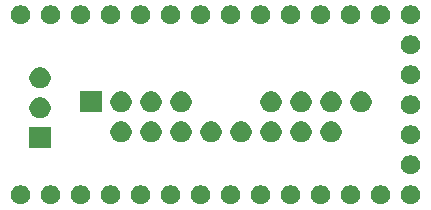
<source format=gbr>
G04 #@! TF.GenerationSoftware,KiCad,Pcbnew,5.1.5*
G04 #@! TF.CreationDate,2020-02-08T20:39:40+01:00*
G04 #@! TF.ProjectId,teensy-breakout,7465656e-7379-42d6-9272-65616b6f7574,rev?*
G04 #@! TF.SameCoordinates,Original*
G04 #@! TF.FileFunction,Soldermask,Top*
G04 #@! TF.FilePolarity,Negative*
%FSLAX46Y46*%
G04 Gerber Fmt 4.6, Leading zero omitted, Abs format (unit mm)*
G04 Created by KiCad (PCBNEW 5.1.5) date 2020-02-08 20:39:40*
%MOMM*%
%LPD*%
G04 APERTURE LIST*
%ADD10C,0.100000*%
G04 APERTURE END LIST*
D10*
G36*
X128380142Y-90023242D02*
G01*
X128528101Y-90084529D01*
X128661255Y-90173499D01*
X128774501Y-90286745D01*
X128863471Y-90419899D01*
X128924758Y-90567858D01*
X128956000Y-90724925D01*
X128956000Y-90885075D01*
X128924758Y-91042142D01*
X128863471Y-91190101D01*
X128774501Y-91323255D01*
X128661255Y-91436501D01*
X128528101Y-91525471D01*
X128380142Y-91586758D01*
X128223075Y-91618000D01*
X128062925Y-91618000D01*
X127905858Y-91586758D01*
X127757899Y-91525471D01*
X127624745Y-91436501D01*
X127511499Y-91323255D01*
X127422529Y-91190101D01*
X127361242Y-91042142D01*
X127330000Y-90885075D01*
X127330000Y-90724925D01*
X127361242Y-90567858D01*
X127422529Y-90419899D01*
X127511499Y-90286745D01*
X127624745Y-90173499D01*
X127757899Y-90084529D01*
X127905858Y-90023242D01*
X128062925Y-89992000D01*
X128223075Y-89992000D01*
X128380142Y-90023242D01*
G37*
G36*
X158860142Y-90023242D02*
G01*
X159008101Y-90084529D01*
X159141255Y-90173499D01*
X159254501Y-90286745D01*
X159343471Y-90419899D01*
X159404758Y-90567858D01*
X159436000Y-90724925D01*
X159436000Y-90885075D01*
X159404758Y-91042142D01*
X159343471Y-91190101D01*
X159254501Y-91323255D01*
X159141255Y-91436501D01*
X159008101Y-91525471D01*
X158860142Y-91586758D01*
X158703075Y-91618000D01*
X158542925Y-91618000D01*
X158385858Y-91586758D01*
X158237899Y-91525471D01*
X158104745Y-91436501D01*
X157991499Y-91323255D01*
X157902529Y-91190101D01*
X157841242Y-91042142D01*
X157810000Y-90885075D01*
X157810000Y-90724925D01*
X157841242Y-90567858D01*
X157902529Y-90419899D01*
X157991499Y-90286745D01*
X158104745Y-90173499D01*
X158237899Y-90084529D01*
X158385858Y-90023242D01*
X158542925Y-89992000D01*
X158703075Y-89992000D01*
X158860142Y-90023242D01*
G37*
G36*
X130920142Y-90023242D02*
G01*
X131068101Y-90084529D01*
X131201255Y-90173499D01*
X131314501Y-90286745D01*
X131403471Y-90419899D01*
X131464758Y-90567858D01*
X131496000Y-90724925D01*
X131496000Y-90885075D01*
X131464758Y-91042142D01*
X131403471Y-91190101D01*
X131314501Y-91323255D01*
X131201255Y-91436501D01*
X131068101Y-91525471D01*
X130920142Y-91586758D01*
X130763075Y-91618000D01*
X130602925Y-91618000D01*
X130445858Y-91586758D01*
X130297899Y-91525471D01*
X130164745Y-91436501D01*
X130051499Y-91323255D01*
X129962529Y-91190101D01*
X129901242Y-91042142D01*
X129870000Y-90885075D01*
X129870000Y-90724925D01*
X129901242Y-90567858D01*
X129962529Y-90419899D01*
X130051499Y-90286745D01*
X130164745Y-90173499D01*
X130297899Y-90084529D01*
X130445858Y-90023242D01*
X130602925Y-89992000D01*
X130763075Y-89992000D01*
X130920142Y-90023242D01*
G37*
G36*
X133460142Y-90023242D02*
G01*
X133608101Y-90084529D01*
X133741255Y-90173499D01*
X133854501Y-90286745D01*
X133943471Y-90419899D01*
X134004758Y-90567858D01*
X134036000Y-90724925D01*
X134036000Y-90885075D01*
X134004758Y-91042142D01*
X133943471Y-91190101D01*
X133854501Y-91323255D01*
X133741255Y-91436501D01*
X133608101Y-91525471D01*
X133460142Y-91586758D01*
X133303075Y-91618000D01*
X133142925Y-91618000D01*
X132985858Y-91586758D01*
X132837899Y-91525471D01*
X132704745Y-91436501D01*
X132591499Y-91323255D01*
X132502529Y-91190101D01*
X132441242Y-91042142D01*
X132410000Y-90885075D01*
X132410000Y-90724925D01*
X132441242Y-90567858D01*
X132502529Y-90419899D01*
X132591499Y-90286745D01*
X132704745Y-90173499D01*
X132837899Y-90084529D01*
X132985858Y-90023242D01*
X133142925Y-89992000D01*
X133303075Y-89992000D01*
X133460142Y-90023242D01*
G37*
G36*
X136000142Y-90023242D02*
G01*
X136148101Y-90084529D01*
X136281255Y-90173499D01*
X136394501Y-90286745D01*
X136483471Y-90419899D01*
X136544758Y-90567858D01*
X136576000Y-90724925D01*
X136576000Y-90885075D01*
X136544758Y-91042142D01*
X136483471Y-91190101D01*
X136394501Y-91323255D01*
X136281255Y-91436501D01*
X136148101Y-91525471D01*
X136000142Y-91586758D01*
X135843075Y-91618000D01*
X135682925Y-91618000D01*
X135525858Y-91586758D01*
X135377899Y-91525471D01*
X135244745Y-91436501D01*
X135131499Y-91323255D01*
X135042529Y-91190101D01*
X134981242Y-91042142D01*
X134950000Y-90885075D01*
X134950000Y-90724925D01*
X134981242Y-90567858D01*
X135042529Y-90419899D01*
X135131499Y-90286745D01*
X135244745Y-90173499D01*
X135377899Y-90084529D01*
X135525858Y-90023242D01*
X135682925Y-89992000D01*
X135843075Y-89992000D01*
X136000142Y-90023242D01*
G37*
G36*
X138540142Y-90023242D02*
G01*
X138688101Y-90084529D01*
X138821255Y-90173499D01*
X138934501Y-90286745D01*
X139023471Y-90419899D01*
X139084758Y-90567858D01*
X139116000Y-90724925D01*
X139116000Y-90885075D01*
X139084758Y-91042142D01*
X139023471Y-91190101D01*
X138934501Y-91323255D01*
X138821255Y-91436501D01*
X138688101Y-91525471D01*
X138540142Y-91586758D01*
X138383075Y-91618000D01*
X138222925Y-91618000D01*
X138065858Y-91586758D01*
X137917899Y-91525471D01*
X137784745Y-91436501D01*
X137671499Y-91323255D01*
X137582529Y-91190101D01*
X137521242Y-91042142D01*
X137490000Y-90885075D01*
X137490000Y-90724925D01*
X137521242Y-90567858D01*
X137582529Y-90419899D01*
X137671499Y-90286745D01*
X137784745Y-90173499D01*
X137917899Y-90084529D01*
X138065858Y-90023242D01*
X138222925Y-89992000D01*
X138383075Y-89992000D01*
X138540142Y-90023242D01*
G37*
G36*
X141080142Y-90023242D02*
G01*
X141228101Y-90084529D01*
X141361255Y-90173499D01*
X141474501Y-90286745D01*
X141563471Y-90419899D01*
X141624758Y-90567858D01*
X141656000Y-90724925D01*
X141656000Y-90885075D01*
X141624758Y-91042142D01*
X141563471Y-91190101D01*
X141474501Y-91323255D01*
X141361255Y-91436501D01*
X141228101Y-91525471D01*
X141080142Y-91586758D01*
X140923075Y-91618000D01*
X140762925Y-91618000D01*
X140605858Y-91586758D01*
X140457899Y-91525471D01*
X140324745Y-91436501D01*
X140211499Y-91323255D01*
X140122529Y-91190101D01*
X140061242Y-91042142D01*
X140030000Y-90885075D01*
X140030000Y-90724925D01*
X140061242Y-90567858D01*
X140122529Y-90419899D01*
X140211499Y-90286745D01*
X140324745Y-90173499D01*
X140457899Y-90084529D01*
X140605858Y-90023242D01*
X140762925Y-89992000D01*
X140923075Y-89992000D01*
X141080142Y-90023242D01*
G37*
G36*
X146160142Y-90023242D02*
G01*
X146308101Y-90084529D01*
X146441255Y-90173499D01*
X146554501Y-90286745D01*
X146643471Y-90419899D01*
X146704758Y-90567858D01*
X146736000Y-90724925D01*
X146736000Y-90885075D01*
X146704758Y-91042142D01*
X146643471Y-91190101D01*
X146554501Y-91323255D01*
X146441255Y-91436501D01*
X146308101Y-91525471D01*
X146160142Y-91586758D01*
X146003075Y-91618000D01*
X145842925Y-91618000D01*
X145685858Y-91586758D01*
X145537899Y-91525471D01*
X145404745Y-91436501D01*
X145291499Y-91323255D01*
X145202529Y-91190101D01*
X145141242Y-91042142D01*
X145110000Y-90885075D01*
X145110000Y-90724925D01*
X145141242Y-90567858D01*
X145202529Y-90419899D01*
X145291499Y-90286745D01*
X145404745Y-90173499D01*
X145537899Y-90084529D01*
X145685858Y-90023242D01*
X145842925Y-89992000D01*
X146003075Y-89992000D01*
X146160142Y-90023242D01*
G37*
G36*
X161400142Y-90023242D02*
G01*
X161548101Y-90084529D01*
X161681255Y-90173499D01*
X161794501Y-90286745D01*
X161883471Y-90419899D01*
X161944758Y-90567858D01*
X161976000Y-90724925D01*
X161976000Y-90885075D01*
X161944758Y-91042142D01*
X161883471Y-91190101D01*
X161794501Y-91323255D01*
X161681255Y-91436501D01*
X161548101Y-91525471D01*
X161400142Y-91586758D01*
X161243075Y-91618000D01*
X161082925Y-91618000D01*
X160925858Y-91586758D01*
X160777899Y-91525471D01*
X160644745Y-91436501D01*
X160531499Y-91323255D01*
X160442529Y-91190101D01*
X160381242Y-91042142D01*
X160350000Y-90885075D01*
X160350000Y-90724925D01*
X160381242Y-90567858D01*
X160442529Y-90419899D01*
X160531499Y-90286745D01*
X160644745Y-90173499D01*
X160777899Y-90084529D01*
X160925858Y-90023242D01*
X161082925Y-89992000D01*
X161243075Y-89992000D01*
X161400142Y-90023242D01*
G37*
G36*
X156320142Y-90023242D02*
G01*
X156468101Y-90084529D01*
X156601255Y-90173499D01*
X156714501Y-90286745D01*
X156803471Y-90419899D01*
X156864758Y-90567858D01*
X156896000Y-90724925D01*
X156896000Y-90885075D01*
X156864758Y-91042142D01*
X156803471Y-91190101D01*
X156714501Y-91323255D01*
X156601255Y-91436501D01*
X156468101Y-91525471D01*
X156320142Y-91586758D01*
X156163075Y-91618000D01*
X156002925Y-91618000D01*
X155845858Y-91586758D01*
X155697899Y-91525471D01*
X155564745Y-91436501D01*
X155451499Y-91323255D01*
X155362529Y-91190101D01*
X155301242Y-91042142D01*
X155270000Y-90885075D01*
X155270000Y-90724925D01*
X155301242Y-90567858D01*
X155362529Y-90419899D01*
X155451499Y-90286745D01*
X155564745Y-90173499D01*
X155697899Y-90084529D01*
X155845858Y-90023242D01*
X156002925Y-89992000D01*
X156163075Y-89992000D01*
X156320142Y-90023242D01*
G37*
G36*
X153780142Y-90023242D02*
G01*
X153928101Y-90084529D01*
X154061255Y-90173499D01*
X154174501Y-90286745D01*
X154263471Y-90419899D01*
X154324758Y-90567858D01*
X154356000Y-90724925D01*
X154356000Y-90885075D01*
X154324758Y-91042142D01*
X154263471Y-91190101D01*
X154174501Y-91323255D01*
X154061255Y-91436501D01*
X153928101Y-91525471D01*
X153780142Y-91586758D01*
X153623075Y-91618000D01*
X153462925Y-91618000D01*
X153305858Y-91586758D01*
X153157899Y-91525471D01*
X153024745Y-91436501D01*
X152911499Y-91323255D01*
X152822529Y-91190101D01*
X152761242Y-91042142D01*
X152730000Y-90885075D01*
X152730000Y-90724925D01*
X152761242Y-90567858D01*
X152822529Y-90419899D01*
X152911499Y-90286745D01*
X153024745Y-90173499D01*
X153157899Y-90084529D01*
X153305858Y-90023242D01*
X153462925Y-89992000D01*
X153623075Y-89992000D01*
X153780142Y-90023242D01*
G37*
G36*
X151240142Y-90023242D02*
G01*
X151388101Y-90084529D01*
X151521255Y-90173499D01*
X151634501Y-90286745D01*
X151723471Y-90419899D01*
X151784758Y-90567858D01*
X151816000Y-90724925D01*
X151816000Y-90885075D01*
X151784758Y-91042142D01*
X151723471Y-91190101D01*
X151634501Y-91323255D01*
X151521255Y-91436501D01*
X151388101Y-91525471D01*
X151240142Y-91586758D01*
X151083075Y-91618000D01*
X150922925Y-91618000D01*
X150765858Y-91586758D01*
X150617899Y-91525471D01*
X150484745Y-91436501D01*
X150371499Y-91323255D01*
X150282529Y-91190101D01*
X150221242Y-91042142D01*
X150190000Y-90885075D01*
X150190000Y-90724925D01*
X150221242Y-90567858D01*
X150282529Y-90419899D01*
X150371499Y-90286745D01*
X150484745Y-90173499D01*
X150617899Y-90084529D01*
X150765858Y-90023242D01*
X150922925Y-89992000D01*
X151083075Y-89992000D01*
X151240142Y-90023242D01*
G37*
G36*
X148700142Y-90023242D02*
G01*
X148848101Y-90084529D01*
X148981255Y-90173499D01*
X149094501Y-90286745D01*
X149183471Y-90419899D01*
X149244758Y-90567858D01*
X149276000Y-90724925D01*
X149276000Y-90885075D01*
X149244758Y-91042142D01*
X149183471Y-91190101D01*
X149094501Y-91323255D01*
X148981255Y-91436501D01*
X148848101Y-91525471D01*
X148700142Y-91586758D01*
X148543075Y-91618000D01*
X148382925Y-91618000D01*
X148225858Y-91586758D01*
X148077899Y-91525471D01*
X147944745Y-91436501D01*
X147831499Y-91323255D01*
X147742529Y-91190101D01*
X147681242Y-91042142D01*
X147650000Y-90885075D01*
X147650000Y-90724925D01*
X147681242Y-90567858D01*
X147742529Y-90419899D01*
X147831499Y-90286745D01*
X147944745Y-90173499D01*
X148077899Y-90084529D01*
X148225858Y-90023242D01*
X148382925Y-89992000D01*
X148543075Y-89992000D01*
X148700142Y-90023242D01*
G37*
G36*
X143620142Y-90023242D02*
G01*
X143768101Y-90084529D01*
X143901255Y-90173499D01*
X144014501Y-90286745D01*
X144103471Y-90419899D01*
X144164758Y-90567858D01*
X144196000Y-90724925D01*
X144196000Y-90885075D01*
X144164758Y-91042142D01*
X144103471Y-91190101D01*
X144014501Y-91323255D01*
X143901255Y-91436501D01*
X143768101Y-91525471D01*
X143620142Y-91586758D01*
X143463075Y-91618000D01*
X143302925Y-91618000D01*
X143145858Y-91586758D01*
X142997899Y-91525471D01*
X142864745Y-91436501D01*
X142751499Y-91323255D01*
X142662529Y-91190101D01*
X142601242Y-91042142D01*
X142570000Y-90885075D01*
X142570000Y-90724925D01*
X142601242Y-90567858D01*
X142662529Y-90419899D01*
X142751499Y-90286745D01*
X142864745Y-90173499D01*
X142997899Y-90084529D01*
X143145858Y-90023242D01*
X143302925Y-89992000D01*
X143463075Y-89992000D01*
X143620142Y-90023242D01*
G37*
G36*
X161400142Y-87483242D02*
G01*
X161548101Y-87544529D01*
X161681255Y-87633499D01*
X161794501Y-87746745D01*
X161883471Y-87879899D01*
X161944758Y-88027858D01*
X161976000Y-88184925D01*
X161976000Y-88345075D01*
X161944758Y-88502142D01*
X161883471Y-88650101D01*
X161794501Y-88783255D01*
X161681255Y-88896501D01*
X161548101Y-88985471D01*
X161400142Y-89046758D01*
X161243075Y-89078000D01*
X161082925Y-89078000D01*
X160925858Y-89046758D01*
X160777899Y-88985471D01*
X160644745Y-88896501D01*
X160531499Y-88783255D01*
X160442529Y-88650101D01*
X160381242Y-88502142D01*
X160350000Y-88345075D01*
X160350000Y-88184925D01*
X160381242Y-88027858D01*
X160442529Y-87879899D01*
X160531499Y-87746745D01*
X160644745Y-87633499D01*
X160777899Y-87544529D01*
X160925858Y-87483242D01*
X161082925Y-87452000D01*
X161243075Y-87452000D01*
X161400142Y-87483242D01*
G37*
G36*
X130695000Y-86880000D02*
G01*
X128893000Y-86880000D01*
X128893000Y-85078000D01*
X130695000Y-85078000D01*
X130695000Y-86880000D01*
G37*
G36*
X161400142Y-84943242D02*
G01*
X161548101Y-85004529D01*
X161681255Y-85093499D01*
X161794501Y-85206745D01*
X161883471Y-85339899D01*
X161944758Y-85487858D01*
X161976000Y-85644925D01*
X161976000Y-85805075D01*
X161944758Y-85962142D01*
X161883471Y-86110101D01*
X161794501Y-86243255D01*
X161681255Y-86356501D01*
X161548101Y-86445471D01*
X161400142Y-86506758D01*
X161243075Y-86538000D01*
X161082925Y-86538000D01*
X160925858Y-86506758D01*
X160777899Y-86445471D01*
X160644745Y-86356501D01*
X160531499Y-86243255D01*
X160442529Y-86110101D01*
X160381242Y-85962142D01*
X160350000Y-85805075D01*
X160350000Y-85644925D01*
X160381242Y-85487858D01*
X160442529Y-85339899D01*
X160531499Y-85206745D01*
X160644745Y-85093499D01*
X160777899Y-85004529D01*
X160925858Y-84943242D01*
X161082925Y-84912000D01*
X161243075Y-84912000D01*
X161400142Y-84943242D01*
G37*
G36*
X154545512Y-84574927D02*
G01*
X154694812Y-84604624D01*
X154858784Y-84672544D01*
X155006354Y-84771147D01*
X155131853Y-84896646D01*
X155230456Y-85044216D01*
X155298376Y-85208188D01*
X155333000Y-85382259D01*
X155333000Y-85559741D01*
X155298376Y-85733812D01*
X155230456Y-85897784D01*
X155131853Y-86045354D01*
X155006354Y-86170853D01*
X154858784Y-86269456D01*
X154694812Y-86337376D01*
X154545512Y-86367073D01*
X154520742Y-86372000D01*
X154343258Y-86372000D01*
X154318488Y-86367073D01*
X154169188Y-86337376D01*
X154005216Y-86269456D01*
X153857646Y-86170853D01*
X153732147Y-86045354D01*
X153633544Y-85897784D01*
X153565624Y-85733812D01*
X153531000Y-85559741D01*
X153531000Y-85382259D01*
X153565624Y-85208188D01*
X153633544Y-85044216D01*
X153732147Y-84896646D01*
X153857646Y-84771147D01*
X154005216Y-84672544D01*
X154169188Y-84604624D01*
X154318488Y-84574927D01*
X154343258Y-84570000D01*
X154520742Y-84570000D01*
X154545512Y-84574927D01*
G37*
G36*
X152005512Y-84574927D02*
G01*
X152154812Y-84604624D01*
X152318784Y-84672544D01*
X152466354Y-84771147D01*
X152591853Y-84896646D01*
X152690456Y-85044216D01*
X152758376Y-85208188D01*
X152793000Y-85382259D01*
X152793000Y-85559741D01*
X152758376Y-85733812D01*
X152690456Y-85897784D01*
X152591853Y-86045354D01*
X152466354Y-86170853D01*
X152318784Y-86269456D01*
X152154812Y-86337376D01*
X152005512Y-86367073D01*
X151980742Y-86372000D01*
X151803258Y-86372000D01*
X151778488Y-86367073D01*
X151629188Y-86337376D01*
X151465216Y-86269456D01*
X151317646Y-86170853D01*
X151192147Y-86045354D01*
X151093544Y-85897784D01*
X151025624Y-85733812D01*
X150991000Y-85559741D01*
X150991000Y-85382259D01*
X151025624Y-85208188D01*
X151093544Y-85044216D01*
X151192147Y-84896646D01*
X151317646Y-84771147D01*
X151465216Y-84672544D01*
X151629188Y-84604624D01*
X151778488Y-84574927D01*
X151803258Y-84570000D01*
X151980742Y-84570000D01*
X152005512Y-84574927D01*
G37*
G36*
X149465512Y-84574927D02*
G01*
X149614812Y-84604624D01*
X149778784Y-84672544D01*
X149926354Y-84771147D01*
X150051853Y-84896646D01*
X150150456Y-85044216D01*
X150218376Y-85208188D01*
X150253000Y-85382259D01*
X150253000Y-85559741D01*
X150218376Y-85733812D01*
X150150456Y-85897784D01*
X150051853Y-86045354D01*
X149926354Y-86170853D01*
X149778784Y-86269456D01*
X149614812Y-86337376D01*
X149465512Y-86367073D01*
X149440742Y-86372000D01*
X149263258Y-86372000D01*
X149238488Y-86367073D01*
X149089188Y-86337376D01*
X148925216Y-86269456D01*
X148777646Y-86170853D01*
X148652147Y-86045354D01*
X148553544Y-85897784D01*
X148485624Y-85733812D01*
X148451000Y-85559741D01*
X148451000Y-85382259D01*
X148485624Y-85208188D01*
X148553544Y-85044216D01*
X148652147Y-84896646D01*
X148777646Y-84771147D01*
X148925216Y-84672544D01*
X149089188Y-84604624D01*
X149238488Y-84574927D01*
X149263258Y-84570000D01*
X149440742Y-84570000D01*
X149465512Y-84574927D01*
G37*
G36*
X146925512Y-84574927D02*
G01*
X147074812Y-84604624D01*
X147238784Y-84672544D01*
X147386354Y-84771147D01*
X147511853Y-84896646D01*
X147610456Y-85044216D01*
X147678376Y-85208188D01*
X147713000Y-85382259D01*
X147713000Y-85559741D01*
X147678376Y-85733812D01*
X147610456Y-85897784D01*
X147511853Y-86045354D01*
X147386354Y-86170853D01*
X147238784Y-86269456D01*
X147074812Y-86337376D01*
X146925512Y-86367073D01*
X146900742Y-86372000D01*
X146723258Y-86372000D01*
X146698488Y-86367073D01*
X146549188Y-86337376D01*
X146385216Y-86269456D01*
X146237646Y-86170853D01*
X146112147Y-86045354D01*
X146013544Y-85897784D01*
X145945624Y-85733812D01*
X145911000Y-85559741D01*
X145911000Y-85382259D01*
X145945624Y-85208188D01*
X146013544Y-85044216D01*
X146112147Y-84896646D01*
X146237646Y-84771147D01*
X146385216Y-84672544D01*
X146549188Y-84604624D01*
X146698488Y-84574927D01*
X146723258Y-84570000D01*
X146900742Y-84570000D01*
X146925512Y-84574927D01*
G37*
G36*
X144385512Y-84574927D02*
G01*
X144534812Y-84604624D01*
X144698784Y-84672544D01*
X144846354Y-84771147D01*
X144971853Y-84896646D01*
X145070456Y-85044216D01*
X145138376Y-85208188D01*
X145173000Y-85382259D01*
X145173000Y-85559741D01*
X145138376Y-85733812D01*
X145070456Y-85897784D01*
X144971853Y-86045354D01*
X144846354Y-86170853D01*
X144698784Y-86269456D01*
X144534812Y-86337376D01*
X144385512Y-86367073D01*
X144360742Y-86372000D01*
X144183258Y-86372000D01*
X144158488Y-86367073D01*
X144009188Y-86337376D01*
X143845216Y-86269456D01*
X143697646Y-86170853D01*
X143572147Y-86045354D01*
X143473544Y-85897784D01*
X143405624Y-85733812D01*
X143371000Y-85559741D01*
X143371000Y-85382259D01*
X143405624Y-85208188D01*
X143473544Y-85044216D01*
X143572147Y-84896646D01*
X143697646Y-84771147D01*
X143845216Y-84672544D01*
X144009188Y-84604624D01*
X144158488Y-84574927D01*
X144183258Y-84570000D01*
X144360742Y-84570000D01*
X144385512Y-84574927D01*
G37*
G36*
X141845512Y-84574927D02*
G01*
X141994812Y-84604624D01*
X142158784Y-84672544D01*
X142306354Y-84771147D01*
X142431853Y-84896646D01*
X142530456Y-85044216D01*
X142598376Y-85208188D01*
X142633000Y-85382259D01*
X142633000Y-85559741D01*
X142598376Y-85733812D01*
X142530456Y-85897784D01*
X142431853Y-86045354D01*
X142306354Y-86170853D01*
X142158784Y-86269456D01*
X141994812Y-86337376D01*
X141845512Y-86367073D01*
X141820742Y-86372000D01*
X141643258Y-86372000D01*
X141618488Y-86367073D01*
X141469188Y-86337376D01*
X141305216Y-86269456D01*
X141157646Y-86170853D01*
X141032147Y-86045354D01*
X140933544Y-85897784D01*
X140865624Y-85733812D01*
X140831000Y-85559741D01*
X140831000Y-85382259D01*
X140865624Y-85208188D01*
X140933544Y-85044216D01*
X141032147Y-84896646D01*
X141157646Y-84771147D01*
X141305216Y-84672544D01*
X141469188Y-84604624D01*
X141618488Y-84574927D01*
X141643258Y-84570000D01*
X141820742Y-84570000D01*
X141845512Y-84574927D01*
G37*
G36*
X139305512Y-84574927D02*
G01*
X139454812Y-84604624D01*
X139618784Y-84672544D01*
X139766354Y-84771147D01*
X139891853Y-84896646D01*
X139990456Y-85044216D01*
X140058376Y-85208188D01*
X140093000Y-85382259D01*
X140093000Y-85559741D01*
X140058376Y-85733812D01*
X139990456Y-85897784D01*
X139891853Y-86045354D01*
X139766354Y-86170853D01*
X139618784Y-86269456D01*
X139454812Y-86337376D01*
X139305512Y-86367073D01*
X139280742Y-86372000D01*
X139103258Y-86372000D01*
X139078488Y-86367073D01*
X138929188Y-86337376D01*
X138765216Y-86269456D01*
X138617646Y-86170853D01*
X138492147Y-86045354D01*
X138393544Y-85897784D01*
X138325624Y-85733812D01*
X138291000Y-85559741D01*
X138291000Y-85382259D01*
X138325624Y-85208188D01*
X138393544Y-85044216D01*
X138492147Y-84896646D01*
X138617646Y-84771147D01*
X138765216Y-84672544D01*
X138929188Y-84604624D01*
X139078488Y-84574927D01*
X139103258Y-84570000D01*
X139280742Y-84570000D01*
X139305512Y-84574927D01*
G37*
G36*
X136765512Y-84574927D02*
G01*
X136914812Y-84604624D01*
X137078784Y-84672544D01*
X137226354Y-84771147D01*
X137351853Y-84896646D01*
X137450456Y-85044216D01*
X137518376Y-85208188D01*
X137553000Y-85382259D01*
X137553000Y-85559741D01*
X137518376Y-85733812D01*
X137450456Y-85897784D01*
X137351853Y-86045354D01*
X137226354Y-86170853D01*
X137078784Y-86269456D01*
X136914812Y-86337376D01*
X136765512Y-86367073D01*
X136740742Y-86372000D01*
X136563258Y-86372000D01*
X136538488Y-86367073D01*
X136389188Y-86337376D01*
X136225216Y-86269456D01*
X136077646Y-86170853D01*
X135952147Y-86045354D01*
X135853544Y-85897784D01*
X135785624Y-85733812D01*
X135751000Y-85559741D01*
X135751000Y-85382259D01*
X135785624Y-85208188D01*
X135853544Y-85044216D01*
X135952147Y-84896646D01*
X136077646Y-84771147D01*
X136225216Y-84672544D01*
X136389188Y-84604624D01*
X136538488Y-84574927D01*
X136563258Y-84570000D01*
X136740742Y-84570000D01*
X136765512Y-84574927D01*
G37*
G36*
X129907512Y-82542927D02*
G01*
X130056812Y-82572624D01*
X130220784Y-82640544D01*
X130368354Y-82739147D01*
X130493853Y-82864646D01*
X130592456Y-83012216D01*
X130660376Y-83176188D01*
X130695000Y-83350259D01*
X130695000Y-83527741D01*
X130660376Y-83701812D01*
X130592456Y-83865784D01*
X130493853Y-84013354D01*
X130368354Y-84138853D01*
X130220784Y-84237456D01*
X130056812Y-84305376D01*
X129907512Y-84335073D01*
X129882742Y-84340000D01*
X129705258Y-84340000D01*
X129680488Y-84335073D01*
X129531188Y-84305376D01*
X129367216Y-84237456D01*
X129219646Y-84138853D01*
X129094147Y-84013354D01*
X128995544Y-83865784D01*
X128927624Y-83701812D01*
X128893000Y-83527741D01*
X128893000Y-83350259D01*
X128927624Y-83176188D01*
X128995544Y-83012216D01*
X129094147Y-82864646D01*
X129219646Y-82739147D01*
X129367216Y-82640544D01*
X129531188Y-82572624D01*
X129680488Y-82542927D01*
X129705258Y-82538000D01*
X129882742Y-82538000D01*
X129907512Y-82542927D01*
G37*
G36*
X161400142Y-82403242D02*
G01*
X161548101Y-82464529D01*
X161681255Y-82553499D01*
X161794501Y-82666745D01*
X161883471Y-82799899D01*
X161944758Y-82947858D01*
X161976000Y-83104925D01*
X161976000Y-83265075D01*
X161944758Y-83422142D01*
X161883471Y-83570101D01*
X161794501Y-83703255D01*
X161681255Y-83816501D01*
X161548101Y-83905471D01*
X161400142Y-83966758D01*
X161243075Y-83998000D01*
X161082925Y-83998000D01*
X160925858Y-83966758D01*
X160777899Y-83905471D01*
X160644745Y-83816501D01*
X160531499Y-83703255D01*
X160442529Y-83570101D01*
X160381242Y-83422142D01*
X160350000Y-83265075D01*
X160350000Y-83104925D01*
X160381242Y-82947858D01*
X160442529Y-82799899D01*
X160531499Y-82666745D01*
X160644745Y-82553499D01*
X160777899Y-82464529D01*
X160925858Y-82403242D01*
X161082925Y-82372000D01*
X161243075Y-82372000D01*
X161400142Y-82403242D01*
G37*
G36*
X157085512Y-82034927D02*
G01*
X157234812Y-82064624D01*
X157398784Y-82132544D01*
X157546354Y-82231147D01*
X157671853Y-82356646D01*
X157770456Y-82504216D01*
X157838376Y-82668188D01*
X157873000Y-82842259D01*
X157873000Y-83019741D01*
X157838376Y-83193812D01*
X157770456Y-83357784D01*
X157671853Y-83505354D01*
X157546354Y-83630853D01*
X157398784Y-83729456D01*
X157234812Y-83797376D01*
X157085512Y-83827073D01*
X157060742Y-83832000D01*
X156883258Y-83832000D01*
X156858488Y-83827073D01*
X156709188Y-83797376D01*
X156545216Y-83729456D01*
X156397646Y-83630853D01*
X156272147Y-83505354D01*
X156173544Y-83357784D01*
X156105624Y-83193812D01*
X156071000Y-83019741D01*
X156071000Y-82842259D01*
X156105624Y-82668188D01*
X156173544Y-82504216D01*
X156272147Y-82356646D01*
X156397646Y-82231147D01*
X156545216Y-82132544D01*
X156709188Y-82064624D01*
X156858488Y-82034927D01*
X156883258Y-82030000D01*
X157060742Y-82030000D01*
X157085512Y-82034927D01*
G37*
G36*
X154545512Y-82034927D02*
G01*
X154694812Y-82064624D01*
X154858784Y-82132544D01*
X155006354Y-82231147D01*
X155131853Y-82356646D01*
X155230456Y-82504216D01*
X155298376Y-82668188D01*
X155333000Y-82842259D01*
X155333000Y-83019741D01*
X155298376Y-83193812D01*
X155230456Y-83357784D01*
X155131853Y-83505354D01*
X155006354Y-83630853D01*
X154858784Y-83729456D01*
X154694812Y-83797376D01*
X154545512Y-83827073D01*
X154520742Y-83832000D01*
X154343258Y-83832000D01*
X154318488Y-83827073D01*
X154169188Y-83797376D01*
X154005216Y-83729456D01*
X153857646Y-83630853D01*
X153732147Y-83505354D01*
X153633544Y-83357784D01*
X153565624Y-83193812D01*
X153531000Y-83019741D01*
X153531000Y-82842259D01*
X153565624Y-82668188D01*
X153633544Y-82504216D01*
X153732147Y-82356646D01*
X153857646Y-82231147D01*
X154005216Y-82132544D01*
X154169188Y-82064624D01*
X154318488Y-82034927D01*
X154343258Y-82030000D01*
X154520742Y-82030000D01*
X154545512Y-82034927D01*
G37*
G36*
X152005512Y-82034927D02*
G01*
X152154812Y-82064624D01*
X152318784Y-82132544D01*
X152466354Y-82231147D01*
X152591853Y-82356646D01*
X152690456Y-82504216D01*
X152758376Y-82668188D01*
X152793000Y-82842259D01*
X152793000Y-83019741D01*
X152758376Y-83193812D01*
X152690456Y-83357784D01*
X152591853Y-83505354D01*
X152466354Y-83630853D01*
X152318784Y-83729456D01*
X152154812Y-83797376D01*
X152005512Y-83827073D01*
X151980742Y-83832000D01*
X151803258Y-83832000D01*
X151778488Y-83827073D01*
X151629188Y-83797376D01*
X151465216Y-83729456D01*
X151317646Y-83630853D01*
X151192147Y-83505354D01*
X151093544Y-83357784D01*
X151025624Y-83193812D01*
X150991000Y-83019741D01*
X150991000Y-82842259D01*
X151025624Y-82668188D01*
X151093544Y-82504216D01*
X151192147Y-82356646D01*
X151317646Y-82231147D01*
X151465216Y-82132544D01*
X151629188Y-82064624D01*
X151778488Y-82034927D01*
X151803258Y-82030000D01*
X151980742Y-82030000D01*
X152005512Y-82034927D01*
G37*
G36*
X139305512Y-82034927D02*
G01*
X139454812Y-82064624D01*
X139618784Y-82132544D01*
X139766354Y-82231147D01*
X139891853Y-82356646D01*
X139990456Y-82504216D01*
X140058376Y-82668188D01*
X140093000Y-82842259D01*
X140093000Y-83019741D01*
X140058376Y-83193812D01*
X139990456Y-83357784D01*
X139891853Y-83505354D01*
X139766354Y-83630853D01*
X139618784Y-83729456D01*
X139454812Y-83797376D01*
X139305512Y-83827073D01*
X139280742Y-83832000D01*
X139103258Y-83832000D01*
X139078488Y-83827073D01*
X138929188Y-83797376D01*
X138765216Y-83729456D01*
X138617646Y-83630853D01*
X138492147Y-83505354D01*
X138393544Y-83357784D01*
X138325624Y-83193812D01*
X138291000Y-83019741D01*
X138291000Y-82842259D01*
X138325624Y-82668188D01*
X138393544Y-82504216D01*
X138492147Y-82356646D01*
X138617646Y-82231147D01*
X138765216Y-82132544D01*
X138929188Y-82064624D01*
X139078488Y-82034927D01*
X139103258Y-82030000D01*
X139280742Y-82030000D01*
X139305512Y-82034927D01*
G37*
G36*
X141845512Y-82034927D02*
G01*
X141994812Y-82064624D01*
X142158784Y-82132544D01*
X142306354Y-82231147D01*
X142431853Y-82356646D01*
X142530456Y-82504216D01*
X142598376Y-82668188D01*
X142633000Y-82842259D01*
X142633000Y-83019741D01*
X142598376Y-83193812D01*
X142530456Y-83357784D01*
X142431853Y-83505354D01*
X142306354Y-83630853D01*
X142158784Y-83729456D01*
X141994812Y-83797376D01*
X141845512Y-83827073D01*
X141820742Y-83832000D01*
X141643258Y-83832000D01*
X141618488Y-83827073D01*
X141469188Y-83797376D01*
X141305216Y-83729456D01*
X141157646Y-83630853D01*
X141032147Y-83505354D01*
X140933544Y-83357784D01*
X140865624Y-83193812D01*
X140831000Y-83019741D01*
X140831000Y-82842259D01*
X140865624Y-82668188D01*
X140933544Y-82504216D01*
X141032147Y-82356646D01*
X141157646Y-82231147D01*
X141305216Y-82132544D01*
X141469188Y-82064624D01*
X141618488Y-82034927D01*
X141643258Y-82030000D01*
X141820742Y-82030000D01*
X141845512Y-82034927D01*
G37*
G36*
X136765512Y-82034927D02*
G01*
X136914812Y-82064624D01*
X137078784Y-82132544D01*
X137226354Y-82231147D01*
X137351853Y-82356646D01*
X137450456Y-82504216D01*
X137518376Y-82668188D01*
X137553000Y-82842259D01*
X137553000Y-83019741D01*
X137518376Y-83193812D01*
X137450456Y-83357784D01*
X137351853Y-83505354D01*
X137226354Y-83630853D01*
X137078784Y-83729456D01*
X136914812Y-83797376D01*
X136765512Y-83827073D01*
X136740742Y-83832000D01*
X136563258Y-83832000D01*
X136538488Y-83827073D01*
X136389188Y-83797376D01*
X136225216Y-83729456D01*
X136077646Y-83630853D01*
X135952147Y-83505354D01*
X135853544Y-83357784D01*
X135785624Y-83193812D01*
X135751000Y-83019741D01*
X135751000Y-82842259D01*
X135785624Y-82668188D01*
X135853544Y-82504216D01*
X135952147Y-82356646D01*
X136077646Y-82231147D01*
X136225216Y-82132544D01*
X136389188Y-82064624D01*
X136538488Y-82034927D01*
X136563258Y-82030000D01*
X136740742Y-82030000D01*
X136765512Y-82034927D01*
G37*
G36*
X135013000Y-83832000D02*
G01*
X133211000Y-83832000D01*
X133211000Y-82030000D01*
X135013000Y-82030000D01*
X135013000Y-83832000D01*
G37*
G36*
X149465512Y-82034927D02*
G01*
X149614812Y-82064624D01*
X149778784Y-82132544D01*
X149926354Y-82231147D01*
X150051853Y-82356646D01*
X150150456Y-82504216D01*
X150218376Y-82668188D01*
X150253000Y-82842259D01*
X150253000Y-83019741D01*
X150218376Y-83193812D01*
X150150456Y-83357784D01*
X150051853Y-83505354D01*
X149926354Y-83630853D01*
X149778784Y-83729456D01*
X149614812Y-83797376D01*
X149465512Y-83827073D01*
X149440742Y-83832000D01*
X149263258Y-83832000D01*
X149238488Y-83827073D01*
X149089188Y-83797376D01*
X148925216Y-83729456D01*
X148777646Y-83630853D01*
X148652147Y-83505354D01*
X148553544Y-83357784D01*
X148485624Y-83193812D01*
X148451000Y-83019741D01*
X148451000Y-82842259D01*
X148485624Y-82668188D01*
X148553544Y-82504216D01*
X148652147Y-82356646D01*
X148777646Y-82231147D01*
X148925216Y-82132544D01*
X149089188Y-82064624D01*
X149238488Y-82034927D01*
X149263258Y-82030000D01*
X149440742Y-82030000D01*
X149465512Y-82034927D01*
G37*
G36*
X129907512Y-80002927D02*
G01*
X130056812Y-80032624D01*
X130220784Y-80100544D01*
X130368354Y-80199147D01*
X130493853Y-80324646D01*
X130592456Y-80472216D01*
X130660376Y-80636188D01*
X130695000Y-80810259D01*
X130695000Y-80987741D01*
X130660376Y-81161812D01*
X130592456Y-81325784D01*
X130493853Y-81473354D01*
X130368354Y-81598853D01*
X130220784Y-81697456D01*
X130056812Y-81765376D01*
X129907512Y-81795073D01*
X129882742Y-81800000D01*
X129705258Y-81800000D01*
X129680488Y-81795073D01*
X129531188Y-81765376D01*
X129367216Y-81697456D01*
X129219646Y-81598853D01*
X129094147Y-81473354D01*
X128995544Y-81325784D01*
X128927624Y-81161812D01*
X128893000Y-80987741D01*
X128893000Y-80810259D01*
X128927624Y-80636188D01*
X128995544Y-80472216D01*
X129094147Y-80324646D01*
X129219646Y-80199147D01*
X129367216Y-80100544D01*
X129531188Y-80032624D01*
X129680488Y-80002927D01*
X129705258Y-79998000D01*
X129882742Y-79998000D01*
X129907512Y-80002927D01*
G37*
G36*
X161400142Y-79863242D02*
G01*
X161548101Y-79924529D01*
X161681255Y-80013499D01*
X161794501Y-80126745D01*
X161883471Y-80259899D01*
X161944758Y-80407858D01*
X161976000Y-80564925D01*
X161976000Y-80725075D01*
X161944758Y-80882142D01*
X161883471Y-81030101D01*
X161794501Y-81163255D01*
X161681255Y-81276501D01*
X161548101Y-81365471D01*
X161400142Y-81426758D01*
X161243075Y-81458000D01*
X161082925Y-81458000D01*
X160925858Y-81426758D01*
X160777899Y-81365471D01*
X160644745Y-81276501D01*
X160531499Y-81163255D01*
X160442529Y-81030101D01*
X160381242Y-80882142D01*
X160350000Y-80725075D01*
X160350000Y-80564925D01*
X160381242Y-80407858D01*
X160442529Y-80259899D01*
X160531499Y-80126745D01*
X160644745Y-80013499D01*
X160777899Y-79924529D01*
X160925858Y-79863242D01*
X161082925Y-79832000D01*
X161243075Y-79832000D01*
X161400142Y-79863242D01*
G37*
G36*
X161400142Y-77323242D02*
G01*
X161548101Y-77384529D01*
X161681255Y-77473499D01*
X161794501Y-77586745D01*
X161883471Y-77719899D01*
X161944758Y-77867858D01*
X161976000Y-78024925D01*
X161976000Y-78185075D01*
X161944758Y-78342142D01*
X161883471Y-78490101D01*
X161794501Y-78623255D01*
X161681255Y-78736501D01*
X161548101Y-78825471D01*
X161400142Y-78886758D01*
X161243075Y-78918000D01*
X161082925Y-78918000D01*
X160925858Y-78886758D01*
X160777899Y-78825471D01*
X160644745Y-78736501D01*
X160531499Y-78623255D01*
X160442529Y-78490101D01*
X160381242Y-78342142D01*
X160350000Y-78185075D01*
X160350000Y-78024925D01*
X160381242Y-77867858D01*
X160442529Y-77719899D01*
X160531499Y-77586745D01*
X160644745Y-77473499D01*
X160777899Y-77384529D01*
X160925858Y-77323242D01*
X161082925Y-77292000D01*
X161243075Y-77292000D01*
X161400142Y-77323242D01*
G37*
G36*
X128380142Y-74783242D02*
G01*
X128528101Y-74844529D01*
X128661255Y-74933499D01*
X128774501Y-75046745D01*
X128863471Y-75179899D01*
X128924758Y-75327858D01*
X128956000Y-75484925D01*
X128956000Y-75645075D01*
X128924758Y-75802142D01*
X128863471Y-75950101D01*
X128774501Y-76083255D01*
X128661255Y-76196501D01*
X128528101Y-76285471D01*
X128380142Y-76346758D01*
X128223075Y-76378000D01*
X128062925Y-76378000D01*
X127905858Y-76346758D01*
X127757899Y-76285471D01*
X127624745Y-76196501D01*
X127511499Y-76083255D01*
X127422529Y-75950101D01*
X127361242Y-75802142D01*
X127330000Y-75645075D01*
X127330000Y-75484925D01*
X127361242Y-75327858D01*
X127422529Y-75179899D01*
X127511499Y-75046745D01*
X127624745Y-74933499D01*
X127757899Y-74844529D01*
X127905858Y-74783242D01*
X128062925Y-74752000D01*
X128223075Y-74752000D01*
X128380142Y-74783242D01*
G37*
G36*
X130920142Y-74783242D02*
G01*
X131068101Y-74844529D01*
X131201255Y-74933499D01*
X131314501Y-75046745D01*
X131403471Y-75179899D01*
X131464758Y-75327858D01*
X131496000Y-75484925D01*
X131496000Y-75645075D01*
X131464758Y-75802142D01*
X131403471Y-75950101D01*
X131314501Y-76083255D01*
X131201255Y-76196501D01*
X131068101Y-76285471D01*
X130920142Y-76346758D01*
X130763075Y-76378000D01*
X130602925Y-76378000D01*
X130445858Y-76346758D01*
X130297899Y-76285471D01*
X130164745Y-76196501D01*
X130051499Y-76083255D01*
X129962529Y-75950101D01*
X129901242Y-75802142D01*
X129870000Y-75645075D01*
X129870000Y-75484925D01*
X129901242Y-75327858D01*
X129962529Y-75179899D01*
X130051499Y-75046745D01*
X130164745Y-74933499D01*
X130297899Y-74844529D01*
X130445858Y-74783242D01*
X130602925Y-74752000D01*
X130763075Y-74752000D01*
X130920142Y-74783242D01*
G37*
G36*
X133460142Y-74783242D02*
G01*
X133608101Y-74844529D01*
X133741255Y-74933499D01*
X133854501Y-75046745D01*
X133943471Y-75179899D01*
X134004758Y-75327858D01*
X134036000Y-75484925D01*
X134036000Y-75645075D01*
X134004758Y-75802142D01*
X133943471Y-75950101D01*
X133854501Y-76083255D01*
X133741255Y-76196501D01*
X133608101Y-76285471D01*
X133460142Y-76346758D01*
X133303075Y-76378000D01*
X133142925Y-76378000D01*
X132985858Y-76346758D01*
X132837899Y-76285471D01*
X132704745Y-76196501D01*
X132591499Y-76083255D01*
X132502529Y-75950101D01*
X132441242Y-75802142D01*
X132410000Y-75645075D01*
X132410000Y-75484925D01*
X132441242Y-75327858D01*
X132502529Y-75179899D01*
X132591499Y-75046745D01*
X132704745Y-74933499D01*
X132837899Y-74844529D01*
X132985858Y-74783242D01*
X133142925Y-74752000D01*
X133303075Y-74752000D01*
X133460142Y-74783242D01*
G37*
G36*
X138540142Y-74783242D02*
G01*
X138688101Y-74844529D01*
X138821255Y-74933499D01*
X138934501Y-75046745D01*
X139023471Y-75179899D01*
X139084758Y-75327858D01*
X139116000Y-75484925D01*
X139116000Y-75645075D01*
X139084758Y-75802142D01*
X139023471Y-75950101D01*
X138934501Y-76083255D01*
X138821255Y-76196501D01*
X138688101Y-76285471D01*
X138540142Y-76346758D01*
X138383075Y-76378000D01*
X138222925Y-76378000D01*
X138065858Y-76346758D01*
X137917899Y-76285471D01*
X137784745Y-76196501D01*
X137671499Y-76083255D01*
X137582529Y-75950101D01*
X137521242Y-75802142D01*
X137490000Y-75645075D01*
X137490000Y-75484925D01*
X137521242Y-75327858D01*
X137582529Y-75179899D01*
X137671499Y-75046745D01*
X137784745Y-74933499D01*
X137917899Y-74844529D01*
X138065858Y-74783242D01*
X138222925Y-74752000D01*
X138383075Y-74752000D01*
X138540142Y-74783242D01*
G37*
G36*
X141080142Y-74783242D02*
G01*
X141228101Y-74844529D01*
X141361255Y-74933499D01*
X141474501Y-75046745D01*
X141563471Y-75179899D01*
X141624758Y-75327858D01*
X141656000Y-75484925D01*
X141656000Y-75645075D01*
X141624758Y-75802142D01*
X141563471Y-75950101D01*
X141474501Y-76083255D01*
X141361255Y-76196501D01*
X141228101Y-76285471D01*
X141080142Y-76346758D01*
X140923075Y-76378000D01*
X140762925Y-76378000D01*
X140605858Y-76346758D01*
X140457899Y-76285471D01*
X140324745Y-76196501D01*
X140211499Y-76083255D01*
X140122529Y-75950101D01*
X140061242Y-75802142D01*
X140030000Y-75645075D01*
X140030000Y-75484925D01*
X140061242Y-75327858D01*
X140122529Y-75179899D01*
X140211499Y-75046745D01*
X140324745Y-74933499D01*
X140457899Y-74844529D01*
X140605858Y-74783242D01*
X140762925Y-74752000D01*
X140923075Y-74752000D01*
X141080142Y-74783242D01*
G37*
G36*
X143620142Y-74783242D02*
G01*
X143768101Y-74844529D01*
X143901255Y-74933499D01*
X144014501Y-75046745D01*
X144103471Y-75179899D01*
X144164758Y-75327858D01*
X144196000Y-75484925D01*
X144196000Y-75645075D01*
X144164758Y-75802142D01*
X144103471Y-75950101D01*
X144014501Y-76083255D01*
X143901255Y-76196501D01*
X143768101Y-76285471D01*
X143620142Y-76346758D01*
X143463075Y-76378000D01*
X143302925Y-76378000D01*
X143145858Y-76346758D01*
X142997899Y-76285471D01*
X142864745Y-76196501D01*
X142751499Y-76083255D01*
X142662529Y-75950101D01*
X142601242Y-75802142D01*
X142570000Y-75645075D01*
X142570000Y-75484925D01*
X142601242Y-75327858D01*
X142662529Y-75179899D01*
X142751499Y-75046745D01*
X142864745Y-74933499D01*
X142997899Y-74844529D01*
X143145858Y-74783242D01*
X143302925Y-74752000D01*
X143463075Y-74752000D01*
X143620142Y-74783242D01*
G37*
G36*
X146160142Y-74783242D02*
G01*
X146308101Y-74844529D01*
X146441255Y-74933499D01*
X146554501Y-75046745D01*
X146643471Y-75179899D01*
X146704758Y-75327858D01*
X146736000Y-75484925D01*
X146736000Y-75645075D01*
X146704758Y-75802142D01*
X146643471Y-75950101D01*
X146554501Y-76083255D01*
X146441255Y-76196501D01*
X146308101Y-76285471D01*
X146160142Y-76346758D01*
X146003075Y-76378000D01*
X145842925Y-76378000D01*
X145685858Y-76346758D01*
X145537899Y-76285471D01*
X145404745Y-76196501D01*
X145291499Y-76083255D01*
X145202529Y-75950101D01*
X145141242Y-75802142D01*
X145110000Y-75645075D01*
X145110000Y-75484925D01*
X145141242Y-75327858D01*
X145202529Y-75179899D01*
X145291499Y-75046745D01*
X145404745Y-74933499D01*
X145537899Y-74844529D01*
X145685858Y-74783242D01*
X145842925Y-74752000D01*
X146003075Y-74752000D01*
X146160142Y-74783242D01*
G37*
G36*
X148700142Y-74783242D02*
G01*
X148848101Y-74844529D01*
X148981255Y-74933499D01*
X149094501Y-75046745D01*
X149183471Y-75179899D01*
X149244758Y-75327858D01*
X149276000Y-75484925D01*
X149276000Y-75645075D01*
X149244758Y-75802142D01*
X149183471Y-75950101D01*
X149094501Y-76083255D01*
X148981255Y-76196501D01*
X148848101Y-76285471D01*
X148700142Y-76346758D01*
X148543075Y-76378000D01*
X148382925Y-76378000D01*
X148225858Y-76346758D01*
X148077899Y-76285471D01*
X147944745Y-76196501D01*
X147831499Y-76083255D01*
X147742529Y-75950101D01*
X147681242Y-75802142D01*
X147650000Y-75645075D01*
X147650000Y-75484925D01*
X147681242Y-75327858D01*
X147742529Y-75179899D01*
X147831499Y-75046745D01*
X147944745Y-74933499D01*
X148077899Y-74844529D01*
X148225858Y-74783242D01*
X148382925Y-74752000D01*
X148543075Y-74752000D01*
X148700142Y-74783242D01*
G37*
G36*
X151240142Y-74783242D02*
G01*
X151388101Y-74844529D01*
X151521255Y-74933499D01*
X151634501Y-75046745D01*
X151723471Y-75179899D01*
X151784758Y-75327858D01*
X151816000Y-75484925D01*
X151816000Y-75645075D01*
X151784758Y-75802142D01*
X151723471Y-75950101D01*
X151634501Y-76083255D01*
X151521255Y-76196501D01*
X151388101Y-76285471D01*
X151240142Y-76346758D01*
X151083075Y-76378000D01*
X150922925Y-76378000D01*
X150765858Y-76346758D01*
X150617899Y-76285471D01*
X150484745Y-76196501D01*
X150371499Y-76083255D01*
X150282529Y-75950101D01*
X150221242Y-75802142D01*
X150190000Y-75645075D01*
X150190000Y-75484925D01*
X150221242Y-75327858D01*
X150282529Y-75179899D01*
X150371499Y-75046745D01*
X150484745Y-74933499D01*
X150617899Y-74844529D01*
X150765858Y-74783242D01*
X150922925Y-74752000D01*
X151083075Y-74752000D01*
X151240142Y-74783242D01*
G37*
G36*
X153780142Y-74783242D02*
G01*
X153928101Y-74844529D01*
X154061255Y-74933499D01*
X154174501Y-75046745D01*
X154263471Y-75179899D01*
X154324758Y-75327858D01*
X154356000Y-75484925D01*
X154356000Y-75645075D01*
X154324758Y-75802142D01*
X154263471Y-75950101D01*
X154174501Y-76083255D01*
X154061255Y-76196501D01*
X153928101Y-76285471D01*
X153780142Y-76346758D01*
X153623075Y-76378000D01*
X153462925Y-76378000D01*
X153305858Y-76346758D01*
X153157899Y-76285471D01*
X153024745Y-76196501D01*
X152911499Y-76083255D01*
X152822529Y-75950101D01*
X152761242Y-75802142D01*
X152730000Y-75645075D01*
X152730000Y-75484925D01*
X152761242Y-75327858D01*
X152822529Y-75179899D01*
X152911499Y-75046745D01*
X153024745Y-74933499D01*
X153157899Y-74844529D01*
X153305858Y-74783242D01*
X153462925Y-74752000D01*
X153623075Y-74752000D01*
X153780142Y-74783242D01*
G37*
G36*
X156320142Y-74783242D02*
G01*
X156468101Y-74844529D01*
X156601255Y-74933499D01*
X156714501Y-75046745D01*
X156803471Y-75179899D01*
X156864758Y-75327858D01*
X156896000Y-75484925D01*
X156896000Y-75645075D01*
X156864758Y-75802142D01*
X156803471Y-75950101D01*
X156714501Y-76083255D01*
X156601255Y-76196501D01*
X156468101Y-76285471D01*
X156320142Y-76346758D01*
X156163075Y-76378000D01*
X156002925Y-76378000D01*
X155845858Y-76346758D01*
X155697899Y-76285471D01*
X155564745Y-76196501D01*
X155451499Y-76083255D01*
X155362529Y-75950101D01*
X155301242Y-75802142D01*
X155270000Y-75645075D01*
X155270000Y-75484925D01*
X155301242Y-75327858D01*
X155362529Y-75179899D01*
X155451499Y-75046745D01*
X155564745Y-74933499D01*
X155697899Y-74844529D01*
X155845858Y-74783242D01*
X156002925Y-74752000D01*
X156163075Y-74752000D01*
X156320142Y-74783242D01*
G37*
G36*
X158860142Y-74783242D02*
G01*
X159008101Y-74844529D01*
X159141255Y-74933499D01*
X159254501Y-75046745D01*
X159343471Y-75179899D01*
X159404758Y-75327858D01*
X159436000Y-75484925D01*
X159436000Y-75645075D01*
X159404758Y-75802142D01*
X159343471Y-75950101D01*
X159254501Y-76083255D01*
X159141255Y-76196501D01*
X159008101Y-76285471D01*
X158860142Y-76346758D01*
X158703075Y-76378000D01*
X158542925Y-76378000D01*
X158385858Y-76346758D01*
X158237899Y-76285471D01*
X158104745Y-76196501D01*
X157991499Y-76083255D01*
X157902529Y-75950101D01*
X157841242Y-75802142D01*
X157810000Y-75645075D01*
X157810000Y-75484925D01*
X157841242Y-75327858D01*
X157902529Y-75179899D01*
X157991499Y-75046745D01*
X158104745Y-74933499D01*
X158237899Y-74844529D01*
X158385858Y-74783242D01*
X158542925Y-74752000D01*
X158703075Y-74752000D01*
X158860142Y-74783242D01*
G37*
G36*
X161400142Y-74783242D02*
G01*
X161548101Y-74844529D01*
X161681255Y-74933499D01*
X161794501Y-75046745D01*
X161883471Y-75179899D01*
X161944758Y-75327858D01*
X161976000Y-75484925D01*
X161976000Y-75645075D01*
X161944758Y-75802142D01*
X161883471Y-75950101D01*
X161794501Y-76083255D01*
X161681255Y-76196501D01*
X161548101Y-76285471D01*
X161400142Y-76346758D01*
X161243075Y-76378000D01*
X161082925Y-76378000D01*
X160925858Y-76346758D01*
X160777899Y-76285471D01*
X160644745Y-76196501D01*
X160531499Y-76083255D01*
X160442529Y-75950101D01*
X160381242Y-75802142D01*
X160350000Y-75645075D01*
X160350000Y-75484925D01*
X160381242Y-75327858D01*
X160442529Y-75179899D01*
X160531499Y-75046745D01*
X160644745Y-74933499D01*
X160777899Y-74844529D01*
X160925858Y-74783242D01*
X161082925Y-74752000D01*
X161243075Y-74752000D01*
X161400142Y-74783242D01*
G37*
G36*
X136000142Y-74783242D02*
G01*
X136148101Y-74844529D01*
X136281255Y-74933499D01*
X136394501Y-75046745D01*
X136483471Y-75179899D01*
X136544758Y-75327858D01*
X136576000Y-75484925D01*
X136576000Y-75645075D01*
X136544758Y-75802142D01*
X136483471Y-75950101D01*
X136394501Y-76083255D01*
X136281255Y-76196501D01*
X136148101Y-76285471D01*
X136000142Y-76346758D01*
X135843075Y-76378000D01*
X135682925Y-76378000D01*
X135525858Y-76346758D01*
X135377899Y-76285471D01*
X135244745Y-76196501D01*
X135131499Y-76083255D01*
X135042529Y-75950101D01*
X134981242Y-75802142D01*
X134950000Y-75645075D01*
X134950000Y-75484925D01*
X134981242Y-75327858D01*
X135042529Y-75179899D01*
X135131499Y-75046745D01*
X135244745Y-74933499D01*
X135377899Y-74844529D01*
X135525858Y-74783242D01*
X135682925Y-74752000D01*
X135843075Y-74752000D01*
X136000142Y-74783242D01*
G37*
M02*

</source>
